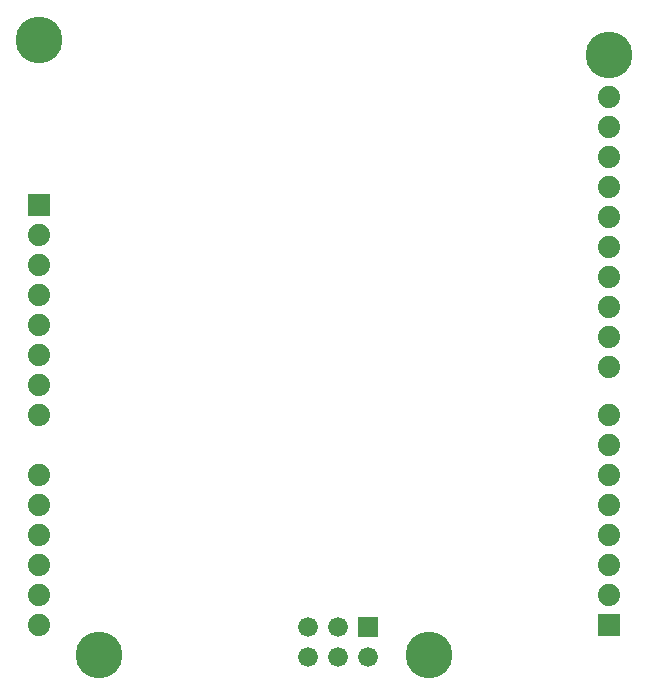
<source format=gbr>
G04 start of page 7 for group -4062 idx -4062 *
G04 Title: (unknown), soldermask *
G04 Creator: pcb 20110918 *
G04 CreationDate: Tue 05 Jan 2016 03:28:18 AM GMT UTC *
G04 For: railfan *
G04 Format: Gerber/RS-274X *
G04 PCB-Dimensions: 210000 270000 *
G04 PCB-Coordinate-Origin: lower left *
%MOIN*%
%FSLAX25Y25*%
%LNBOTTOMMASK*%
%ADD69C,0.1560*%
%ADD68C,0.0660*%
%ADD67C,0.0740*%
%ADD66C,0.0001*%
G54D66*G36*
X196300Y23700D02*Y16300D01*
X203700D01*
Y23700D01*
X196300D01*
G37*
G54D67*X200000Y30000D03*
Y40000D03*
Y50000D03*
Y60000D03*
Y70000D03*
G54D66*G36*
X116503Y22749D02*Y16149D01*
X123103D01*
Y22749D01*
X116503D01*
G37*
G54D68*X119803Y9449D03*
X109803D03*
X99803D03*
G54D69*X140000Y10000D03*
G54D68*X109803Y19449D03*
X99803D03*
G54D67*X10000Y130000D03*
Y120000D03*
Y110000D03*
Y100000D03*
G54D66*G36*
X6300Y163700D02*Y156300D01*
X13700D01*
Y163700D01*
X6300D01*
G37*
G54D67*X10000Y150000D03*
Y140000D03*
G54D69*Y215000D03*
G54D67*Y90000D03*
Y70000D03*
Y60000D03*
Y50000D03*
Y40000D03*
Y30000D03*
Y20000D03*
G54D69*X30000Y10000D03*
G54D67*X200000Y80000D03*
Y90000D03*
Y106000D03*
Y116000D03*
Y126000D03*
Y136000D03*
Y146000D03*
Y156000D03*
Y166000D03*
Y176000D03*
Y186000D03*
Y196000D03*
G54D69*Y210000D03*
M02*

</source>
